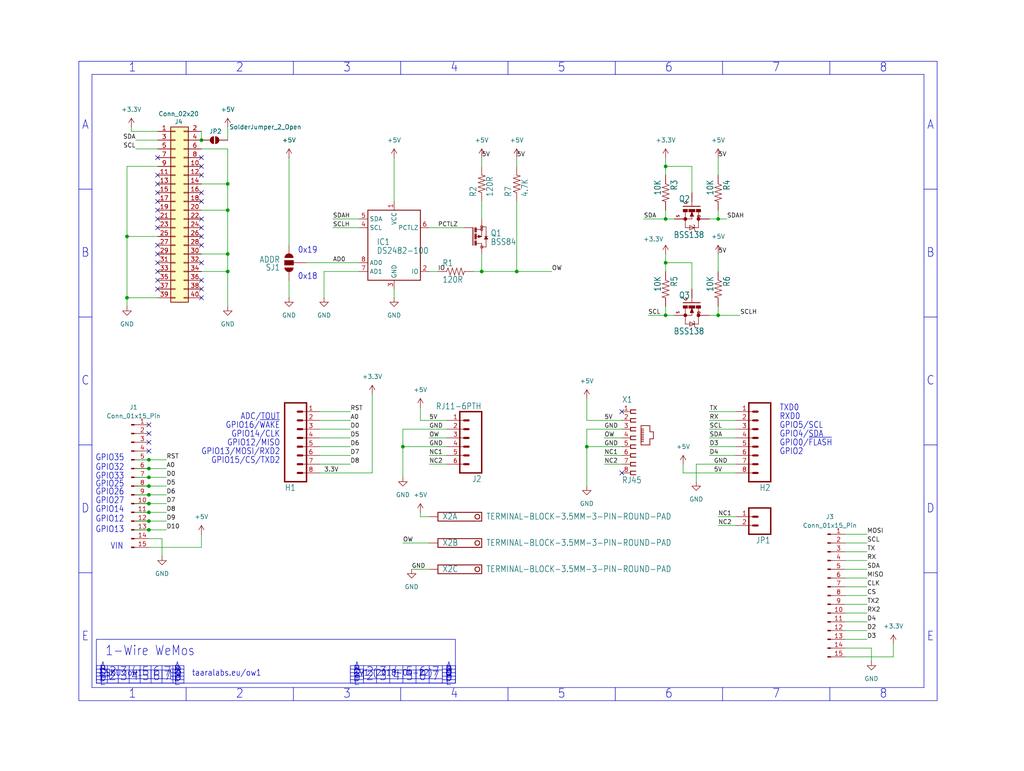
<source format=kicad_sch>
(kicad_sch (version 20231120) (generator "eeschema") (generator_version "8.0")
  (paper "User" 297.002 223.672)
  (lib_symbols
    (symbol "1-WireWeMos-eagle-import:BSS84"
      (property "Reference" "Q" (at 2.54 0 0))
      (symbol "BSS84_1_0"
        (pin passive line (at -5.08 2.54 0) (length 2.54) (name "G") (number "1"))
        (pin passive line (at 0 5.08 270) (length 2.54) (name "S") (number "2"))
        (pin passive line (at 0 -5.08 90) (length 2.54) (name "D") (number "3"))
      )
    )
    (symbol "1-WireWeMos-eagle-import:DS2482-100"
      (property "Reference" "IC" (at -5.08 0 0))
      (symbol "DS2482-100_1_0"
        (pin power_in line (at 0 12.7 270) (length 2.54) (name "VCC") (number "1"))
        (pin bidirectional line (at 10.16 -7.62 180) (length 2.54) (name "IO") (number "2"))
        (pin power_in line (at 0 -12.7 90) (length 2.54) (name "GND") (number "3"))
        (pin bidirectional line (at -10.16 5.08 0) (length 2.54) (name "SCL") (number "4"))
        (pin bidirectional line (at -10.16 7.62 0) (length 2.54) (name "SDA") (number "5"))
        (pin output line (at 10.16 5.08 180) (length 2.54) (name "PCTLZ") (number "6"))
        (pin input line (at -10.16 -7.62 0) (length 2.54) (name "AD1") (number "7"))
        (pin input line (at -10.16 -5.08 0) (length 2.54) (name "AD0") (number "8"))
      )
    )
    (symbol "1-WireWeMos-eagle-import:M02PTH"
      (property "Reference" "JP" (at -2.54 5.842 0))
      (symbol "M02PTH_1_0"
        (pin passive line (at 7.62 0 180) (length 5.08) (name "1") (number "1"))
        (pin passive line (at 7.62 2.54 180) (length 5.08) (name "2") (number "2"))
      )
    )
    (symbol "1-WireWeMos-eagle-import:M08"
      (property "Reference" "JP" (at -5.08 13.462 0))
      (symbol "M08_1_0"
        (pin passive line (at 5.08 -7.62 180) (length 5.08) (name "1") (number "1"))
        (pin passive line (at 5.08 -5.08 180) (length 5.08) (name "2") (number "2"))
        (pin passive line (at 5.08 -2.54 180) (length 5.08) (name "3") (number "3"))
        (pin passive line (at 5.08 0 180) (length 5.08) (name "4") (number "4"))
        (pin passive line (at 5.08 2.54 180) (length 5.08) (name "5") (number "5"))
        (pin passive line (at 5.08 5.08 180) (length 5.08) (name "6") (number "6"))
        (pin passive line (at 5.08 7.62 180) (length 5.08) (name "7") (number "7"))
        (pin passive line (at 5.08 10.16 180) (length 5.08) (name "8") (number "8"))
      )
    )
    (symbol "1-WireWeMos-eagle-import:MOSFET-NCHANNELSMD"
      (property "Reference" "Q" (at 5.08 2.54 0))
      (symbol "MOSFET-NCHANNELSMD_1_0"
        (text "D" (at -1.27 2.54 0) (effects (font (size 0.8128 0.6908)) (justify left bottom)))
        (text "G" (at -5.08 -1.27 0) (effects (font (size 0.8128 0.6908)) (justify left bottom)))
        (text "S" (at -1.27 -3.556 0) (effects (font (size 0.8128 0.6908)) (justify left bottom)))
        (pin passive line (at -7.62 0 0) (length 2.54) (name "G") (number "1"))
        (pin passive line (at 0 -5.08 90) (length 2.54) (name "S") (number "2"))
        (pin passive line (at 0 5.08 270) (length 2.54) (name "D") (number "3"))
      )
    )
    (symbol "1-WireWeMos-eagle-import:RESISTOR0603-RES"
      (property "Reference" "R" (at -3.81 1.4986 0))
      (symbol "RESISTOR0603-RES_1_0"
        (pin passive line (at -5.08 0 0) (length 2.54) (name "1") (number "1"))
        (pin passive line (at 5.08 0 180) (length 2.54) (name "2") (number "2"))
      )
    )
    (symbol "1-WireWeMos-eagle-import:RJ11-6PTH"
      (property "Reference" "J" (at -5.08 10.922 0))
      (symbol "RJ11-6PTH_1_0"
        (pin passive line (at 5.08 -5.08 180) (length 5.08) (name "1") (number "1"))
        (pin passive line (at 5.08 -2.54 180) (length 5.08) (name "2") (number "2"))
        (pin passive line (at 5.08 0 180) (length 5.08) (name "3") (number "3"))
        (pin passive line (at 5.08 2.54 180) (length 5.08) (name "4") (number "4"))
        (pin passive line (at 5.08 5.08 180) (length 5.08) (name "5") (number "5"))
        (pin passive line (at 5.08 7.62 180) (length 5.08) (name "6") (number "6"))
      )
    )
    (symbol "1-WireWeMos-eagle-import:RJ45"
      (property "Reference" "X" (at -2.54 10.16 0))
      (symbol "RJ45_1_0"
        (pin passive line (at -2.54 7.62 0) (length 2.54) (name "1") (number "1"))
        (pin passive line (at -2.54 5.08 0) (length 2.54) (name "2") (number "2"))
        (pin passive line (at -2.54 2.54 0) (length 2.54) (name "3") (number "3"))
        (pin passive line (at -2.54 0 0) (length 2.54) (name "4") (number "4"))
        (pin passive line (at -2.54 -2.54 0) (length 2.54) (name "5") (number "5"))
        (pin passive line (at -2.54 -5.08 0) (length 2.54) (name "6") (number "6"))
        (pin passive line (at -2.54 -7.62 0) (length 2.54) (name "7") (number "7"))
        (pin passive line (at -2.54 -10.16 0) (length 2.54) (name "8") (number "8"))
      )
    )
    (symbol "1-WireWeMos-eagle-import:SOLDERJUMPER_2WAYPASTE1&2"
      (property "Reference" "SJ" (at 2.54 0.381 0))
      (symbol "SOLDERJUMPER_2WAYPASTE1&2_1_0"
        (pin passive line (at 0 5.08 270) (length 2.54) (name "1") (number "1"))
        (pin passive line (at -5.08 0 0) (length 2.54) (name "2") (number "2"))
        (pin passive line (at 0 -5.08 90) (length 2.54) (name "3") (number "3"))
      )
    )
    (symbol "1-WireWeMos-eagle-import:TERMINAL-BLOCK-3.5MM-3-PIN-ROUND-PAD"
      (property "Reference" "X" (at 1.27 -0.889 0))
      (symbol "TERMINAL-BLOCK-3.5MM-3-PIN-ROUND-PAD_1_0"
        (pin passive line (at -2.54 0 0) (length 2.54) (name "K") (number "1"))
      )
      (symbol "TERMINAL-BLOCK-3.5MM-3-PIN-ROUND-PAD_2_0"
        (pin passive line (at -2.54 0 0) (length 2.54) (name "K") (number "2"))
      )
      (symbol "TERMINAL-BLOCK-3.5MM-3-PIN-ROUND-PAD_3_0"
        (pin passive line (at -2.54 0 0) (length 2.54) (name "K") (number "3"))
      )
    )
    (symbol "Connector:Conn_01x15_Pin" (pin_names (offset 1.016) hide)
      (property "Reference" "J" (at 0 20.32 0))
      (property "Value" "Conn_01x15_Pin" (at 0 -20.32 0))
      (symbol "Conn_01x15_Pin_1_1"
        (pin passive line (at 5.08 17.78 180) (length 3.81) (name "Pin_1") (number "1"))
        (pin passive line (at 5.08 -5.08 180) (length 3.81) (name "Pin_10") (number "10"))
        (pin passive line (at 5.08 -7.62 180) (length 3.81) (name "Pin_11") (number "11"))
        (pin passive line (at 5.08 -10.16 180) (length 3.81) (name "Pin_12") (number "12"))
        (pin passive line (at 5.08 -12.7 180) (length 3.81) (name "Pin_13") (number "13"))
        (pin passive line (at 5.08 -15.24 180) (length 3.81) (name "Pin_14") (number "14"))
        (pin passive line (at 5.08 -17.78 180) (length 3.81) (name "Pin_15") (number "15"))
        (pin passive line (at 5.08 15.24 180) (length 3.81) (name "Pin_2") (number "2"))
        (pin passive line (at 5.08 12.7 180) (length 3.81) (name "Pin_3") (number "3"))
        (pin passive line (at 5.08 10.16 180) (length 3.81) (name "Pin_4") (number "4"))
        (pin passive line (at 5.08 7.62 180) (length 3.81) (name "Pin_5") (number "5"))
        (pin passive line (at 5.08 5.08 180) (length 3.81) (name "Pin_6") (number "6"))
        (pin passive line (at 5.08 2.54 180) (length 3.81) (name "Pin_7") (number "7"))
        (pin passive line (at 5.08 0 180) (length 3.81) (name "Pin_8") (number "8"))
        (pin passive line (at 5.08 -2.54 180) (length 3.81) (name "Pin_9") (number "9"))
      )
    )
    (symbol "Connector_Generic:Conn_02x20_Odd_Even" (pin_names (offset 1.016) hide)
      (property "Reference" "J" (at 1.27 25.4 0))
      (property "Value" "Conn_02x20_Odd_Even" (at 1.27 -27.94 0))
      (symbol "Conn_02x20_Odd_Even_1_1"
        (pin passive line (at -5.08 22.86 0) (length 3.81) (name "Pin_1") (number "1"))
        (pin passive line (at 7.62 12.7 180) (length 3.81) (name "Pin_10") (number "10"))
        (pin passive line (at -5.08 10.16 0) (length 3.81) (name "Pin_11") (number "11"))
        (pin passive line (at 7.62 10.16 180) (length 3.81) (name "Pin_12") (number "12"))
        (pin passive line (at -5.08 7.62 0) (length 3.81) (name "Pin_13") (number "13"))
        (pin passive line (at 7.62 7.62 180) (length 3.81) (name "Pin_14") (number "14"))
        (pin passive line (at -5.08 5.08 0) (length 3.81) (name "Pin_15") (number "15"))
        (pin passive line (at 7.62 5.08 180) (length 3.81) (name "Pin_16") (number "16"))
        (pin passive line (at -5.08 2.54 0) (length 3.81) (name "Pin_17") (number "17"))
        (pin passive line (at 7.62 2.54 180) (length 3.81) (name "Pin_18") (number "18"))
        (pin passive line (at -5.08 0 0) (length 3.81) (name "Pin_19") (number "19"))
        (pin passive line (at 7.62 22.86 180) (length 3.81) (name "Pin_2") (number "2"))
        (pin passive line (at 7.62 0 180) (length 3.81) (name "Pin_20") (number "20"))
        (pin passive line (at -5.08 -2.54 0) (length 3.81) (name "Pin_21") (number "21"))
        (pin passive line (at 7.62 -2.54 180) (length 3.81) (name "Pin_22") (number "22"))
        (pin passive line (at -5.08 -5.08 0) (length 3.81) (name "Pin_23") (number "23"))
        (pin passive line (at 7.62 -5.08 180) (length 3.81) (name "Pin_24") (number "24"))
        (pin passive line (at -5.08 -7.62 0) (length 3.81) (name "Pin_25") (number "25"))
        (pin passive line (at 7.62 -7.62 180) (length 3.81) (name "Pin_26") (number "26"))
        (pin passive line (at -5.08 -10.16 0) (length 3.81) (name "Pin_27") (number "27"))
        (pin passive line (at 7.62 -10.16 180) (length 3.81) (name "Pin_28") (number "28"))
        (pin passive line (at -5.08 -12.7 0) (length 3.81) (name "Pin_29") (number "29"))
        (pin passive line (at -5.08 20.32 0) (length 3.81) (name "Pin_3") (number "3"))
        (pin passive line (at 7.62 -12.7 180) (length 3.81) (name "Pin_30") (number "30"))
        (pin passive line (at -5.08 -15.24 0) (length 3.81) (name "Pin_31") (number "31"))
        (pin passive line (at 7.62 -15.24 180) (length 3.81) (name "Pin_32") (number "32"))
        (pin passive line (at -5.08 -17.78 0) (length 3.81) (name "Pin_33") (number "33"))
        (pin passive line (at 7.62 -17.78 180) (length 3.81) (name "Pin_34") (number "34"))
        (pin passive line (at -5.08 -20.32 0) (length 3.81) (name "Pin_35") (number "35"))
        (pin passive line (at 7.62 -20.32 180) (length 3.81) (name "Pin_36") (number "36"))
        (pin passive line (at -5.08 -22.86 0) (length 3.81) (name "Pin_37") (number "37"))
        (pin passive line (at 7.62 -22.86 180) (length 3.81) (name "Pin_38") (number "38"))
        (pin passive line (at -5.08 -25.4 0) (length 3.81) (name "Pin_39") (number "39"))
        (pin passive line (at 7.62 20.32 180) (length 3.81) (name "Pin_4") (number "4"))
        (pin passive line (at 7.62 -25.4 180) (length 3.81) (name "Pin_40") (number "40"))
        (pin passive line (at -5.08 17.78 0) (length 3.81) (name "Pin_5") (number "5"))
        (pin passive line (at 7.62 17.78 180) (length 3.81) (name "Pin_6") (number "6"))
        (pin passive line (at -5.08 15.24 0) (length 3.81) (name "Pin_7") (number "7"))
        (pin passive line (at 7.62 15.24 180) (length 3.81) (name "Pin_8") (number "8"))
        (pin passive line (at -5.08 12.7 0) (length 3.81) (name "Pin_9") (number "9"))
      )
    )
    (symbol "Jumper:SolderJumper_2_Open" (pin_numbers hide) (pin_names (offset 0) hide) (exclude_from_sim yes) (in_bom no)
      (property "Reference" "JP" (at 0 2.032 0))
      (property "Value" "SolderJumper_2_Open" (at 0 -2.54 0))
      (symbol "SolderJumper_2_Open_1_1"
        (pin passive line (at -3.81 0 0) (length 2.54) (name "A") (number "1"))
        (pin passive line (at 3.81 0 180) (length 2.54) (name "B") (number "2"))
      )
    )
    (symbol "power:+3.3V" (power) (pin_numbers hide) (pin_names (offset 0) hide)
      (property "Value" "+3.3V" (at 0 3.556 0))
      (symbol "+3.3V_1_1"
        (pin power_in line (at 0 0 90) (length 0) (name "~") (number "1"))
      )
    )
    (symbol "power:+5V" (power) (pin_numbers hide) (pin_names (offset 0) hide)
      (property "Value" "+5V" (at 0 3.556 0))
      (symbol "+5V_1_1"
        (pin power_in line (at 0 0 90) (length 0) (name "~") (number "1"))
      )
    )
    (symbol "power:GND" (power) (pin_numbers hide) (pin_names (offset 0) hide)
      (property "Value" "GND" (at 0 -3.81 0))
      (symbol "GND_1_1"
        (pin power_in line (at 0 0 270) (length 0) (name "~") (number "1"))
      )
    )
  )
  (junction (at 208.28 91.44))
  (junction (at 43.18 140.97))
  (junction (at 116.84 129.54))
  (junction (at 43.18 135.89))
  (junction (at 58.42 40.64))
  (junction (at 36.83 86.36))
  (junction (at 193.04 48.26))
  (junction (at 43.18 151.13))
  (junction (at 43.18 143.51))
  (junction (at 208.28 63.5))
  (junction (at 193.04 76.2))
  (junction (at 149.86 78.74))
  (junction (at 43.18 146.05))
  (junction (at 43.18 138.43))
  (junction (at 170.18 129.54))
  (junction (at 139.7 78.74))
  (junction (at 193.04 63.5))
  (junction (at 43.18 153.67))
  (junction (at 36.83 68.58))
  (junction (at 66.04 60.96))
  (junction (at 66.04 78.74))
  (junction (at 43.18 133.35))
  (junction (at 43.18 148.59))
  (junction (at 66.04 73.66))
  (junction (at 66.04 53.34))
  (junction (at 193.04 91.44))
  (no_connect (at 45.72 45.72))
  (no_connect (at 58.42 71.12))
  (no_connect (at 45.72 78.74))
  (no_connect (at 58.42 50.8))
  (no_connect (at 45.72 53.34))
  (no_connect (at 58.42 68.58))
  (no_connect (at 43.18 130.81))
  (no_connect (at 58.42 45.72))
  (no_connect (at 58.42 76.2))
  (no_connect (at 180.34 137.16))
  (no_connect (at 58.42 48.26))
  (no_connect (at 45.72 76.2))
  (no_connect (at 45.72 55.88))
  (no_connect (at 45.72 60.96))
  (no_connect (at 58.42 55.88))
  (no_connect (at 45.72 66.04))
  (no_connect (at 58.42 63.5))
  (no_connect (at 43.18 123.19))
  (no_connect (at 45.72 83.82))
  (no_connect (at 43.18 125.73))
  (no_connect (at 45.72 81.28))
  (no_connect (at 58.42 81.28))
  (no_connect (at 45.72 63.5))
  (no_connect (at 180.34 119.38))
  (no_connect (at 58.42 58.42))
  (no_connect (at 43.18 128.27))
  (no_connect (at 45.72 50.8))
  (no_connect (at 45.72 58.42))
  (no_connect (at 58.42 86.36))
  (no_connect (at 45.72 71.12))
  (no_connect (at 45.72 73.66))
  (no_connect (at 58.42 66.04))
  (no_connect (at 58.42 83.82))
  (wire (pts (xy 107.95 137.16) (xy 107.95 114.3)) (stroke (width 0.1524)))
  (polyline (pts (xy 240.665 199.39) (xy 240.665 203.2)))
  (polyline (pts (xy 46.99 194.31) (xy 46.99 198.12)))
  (polyline (pts (xy 147.32 199.39) (xy 147.32 203.2)))
  (polyline (pts (xy 116.205 17.78) (xy 116.205 21.59)))
  (wire (pts (xy 180.34 132.08) (xy 175.26 132.08)) (stroke (width 0.1524)))
  (polyline (pts (xy 27.94 195.072) (xy 31.75 195.072)))
  (polyline (pts (xy 101.6 196.088) (xy 105.41 196.088)))
  (wire (pts (xy 114.3 58.42) (xy 114.3 45.72)) (stroke (width 0.1524)))
  (polyline (pts (xy 267.97 91.948) (xy 271.78 91.948)))
  (wire (pts (xy 201.93 134.62) (xy 201.93 139.7)) (stroke (width 0.1524)))
  (wire (pts (xy 245.11 170.18) (xy 251.46 170.18)))
  (wire (pts (xy 66.04 43.18) (xy 66.04 53.34)))
  (wire (pts (xy 149.86 78.74) (xy 160.02 78.74)) (stroke (width 0.1524)))
  (polyline (pts (xy 46.99 193.04) (xy 46.99 196.85)))
  (polyline (pts (xy 147.32 17.78) (xy 147.32 21.59)))
  (wire (pts (xy 36.83 68.58) (xy 45.72 68.58)))
  (wire (pts (xy 121.92 148.59) (xy 121.92 149.86)))
  (wire (pts (xy 116.84 129.54) (xy 116.84 138.43)) (stroke (width 0.1524)))
  (polyline (pts (xy 27.94 194.056) (xy 31.75 194.056)))
  (polyline (pts (xy 43.815 194.31) (xy 43.815 198.12)))
  (wire (pts (xy 104.14 78.74) (xy 93.98 78.74)) (stroke (width 0.1524)))
  (polyline (pts (xy 22.86 129.032) (xy 26.67 129.032)))
  (wire (pts (xy 116.84 157.48) (xy 124.46 157.48)) (stroke (width 0.1524)))
  (wire (pts (xy 92.71 124.46) (xy 101.6 124.46)) (stroke (width 0.1524)))
  (polyline (pts (xy 113.03 193.04) (xy 113.03 196.85)))
  (wire (pts (xy 245.11 175.26) (xy 251.46 175.26)))
  (wire (pts (xy 208.28 60.96) (xy 208.28 63.5)) (stroke (width 0.1524)))
  (wire (pts (xy 39.37 135.89) (xy 43.18 135.89)) (stroke (width 0.1524)))
  (wire (pts (xy 193.04 76.2) (xy 193.04 73.66)) (stroke (width 0.1524)))
  (wire (pts (xy 92.71 137.16) (xy 107.95 137.16)) (stroke (width 0.1524)))
  (polyline (pts (xy 22.86 54.864) (xy 26.67 54.864)))
  (wire (pts (xy 58.42 158.75) (xy 58.42 154.94)))
  (wire (pts (xy 58.42 73.66) (xy 66.04 73.66)))
  (wire (pts (xy 58.42 60.96) (xy 66.04 60.96)))
  (wire (pts (xy 139.7 78.74) (xy 149.86 78.74)) (stroke (width 0.1524)))
  (wire (pts (xy 116.84 124.46) (xy 116.84 129.54)) (stroke (width 0.1524)))
  (polyline (pts (xy 128.27 196.088) (xy 132.08 196.088)))
  (wire (pts (xy 208.28 78.74) (xy 208.28 73.66)) (stroke (width 0.1524)))
  (wire (pts (xy 170.18 121.92) (xy 170.18 115.57)) (stroke (width 0.1524)))
  (wire (pts (xy 245.11 180.34) (xy 251.46 180.34)))
  (polyline (pts (xy 85.09 17.78) (xy 85.09 21.59)))
  (wire (pts (xy 129.54 127) (xy 124.46 127)) (stroke (width 0.1524)))
  (wire (pts (xy 201.93 134.62) (xy 213.36 134.62)) (stroke (width 0.1524)))
  (polyline (pts (xy 101.6 197.104) (xy 105.41 197.104)))
  (wire (pts (xy 213.36 127) (xy 205.74 127)) (stroke (width 0.1524)))
  (polyline (pts (xy 116.84 194.31) (xy 116.84 198.12)))
  (polyline (pts (xy 31.75 196.85) (xy 31.75 194.31)))
  (wire (pts (xy 92.71 121.92) (xy 101.6 121.92)) (stroke (width 0.1524)))
  (wire (pts (xy 39.37 140.97) (xy 43.18 140.97)) (stroke (width 0.1524)))
  (wire (pts (xy 198.12 137.16) (xy 198.12 134.62)) (stroke (width 0.1524)))
  (wire (pts (xy 149.86 48.26) (xy 149.86 45.72)) (stroke (width 0.1524)))
  (wire (pts (xy 213.36 132.08) (xy 205.74 132.08)) (stroke (width 0.1524)))
  (wire (pts (xy 43.18 151.13) (xy 48.26 151.13)))
  (wire (pts (xy 104.14 66.04) (xy 96.52 66.04)) (stroke (width 0.1524)))
  (wire (pts (xy 139.7 78.74) (xy 137.16 78.74)) (stroke (width 0.1524)))
  (polyline (pts (xy 120.65 193.04) (xy 120.65 196.85)))
  (wire (pts (xy 83.82 86.36) (xy 83.82 81.28)) (stroke (width 0.1524)))
  (wire (pts (xy 193.04 78.74) (xy 193.04 76.2)) (stroke (width 0.1524)))
  (wire (pts (xy 180.34 134.62) (xy 175.26 134.62)) (stroke (width 0.1524)))
  (wire (pts (xy 39.37 151.13) (xy 43.18 151.13)))
  (wire (pts (xy 208.28 63.5) (xy 210.82 63.5)) (stroke (width 0.1524)))
  (polyline (pts (xy 27.94 196.088) (xy 31.75 196.088)))
  (polyline (pts (xy 53.975 17.78) (xy 53.975 21.59)))
  (polyline (pts (xy 267.97 129.032) (xy 271.78 129.032)))
  (wire (pts (xy 43.18 140.97) (xy 48.26 140.97)) (stroke (width 0.1524)))
  (wire (pts (xy 39.37 148.59) (xy 43.18 148.59)) (stroke (width 0.1524)))
  (polyline (pts (xy 124.46 193.04) (xy 124.46 196.85)))
  (wire (pts (xy 92.71 129.54) (xy 101.6 129.54)) (stroke (width 0.1524)))
  (wire (pts (xy 116.84 124.46) (xy 129.54 124.46)) (stroke (width 0.1524)))
  (wire (pts (xy 104.14 76.2) (xy 88.9 76.2)) (stroke (width 0.1524)))
  (wire (pts (xy 58.42 43.18) (xy 66.04 43.18)))
  (wire (pts (xy 245.11 177.8) (xy 251.46 177.8)))
  (wire (pts (xy 170.18 124.46) (xy 170.18 129.54)) (stroke (width 0.1524)))
  (wire (pts (xy 46.99 156.21) (xy 46.99 161.29)))
  (wire (pts (xy 170.18 129.54) (xy 180.34 129.54)) (stroke (width 0.1524)))
  (wire (pts (xy 43.18 138.43) (xy 48.26 138.43)) (stroke (width 0.1524)))
  (wire (pts (xy 195.58 91.44) (xy 193.04 91.44)) (stroke (width 0.1524)))
  (polyline (pts (xy 22.86 91.948) (xy 26.67 91.948)))
  (polyline (pts (xy 128.27 197.104) (xy 132.08 197.104)))
  (wire (pts (xy 180.34 127) (xy 175.26 127)) (stroke (width 0.1524)))
  (polyline (pts (xy 85.09 199.39) (xy 85.09 203.2)))
  (polyline (pts (xy 128.27 196.85) (xy 128.27 194.31)))
  (wire (pts (xy 200.66 76.2) (xy 193.04 76.2)) (stroke (width 0.1524)))
  (wire (pts (xy 213.36 149.86) (xy 208.28 149.86)) (stroke (width 0.1524)))
  (wire (pts (xy 213.36 119.38) (xy 205.74 119.38)) (stroke (width 0.1524)))
  (wire (pts (xy 245.11 182.88) (xy 251.46 182.88)))
  (polyline (pts (xy 27.94 197.104) (xy 31.75 197.104)))
  (wire (pts (xy 39.37 43.18) (xy 45.72 43.18)))
  (wire (pts (xy 208.28 50.8) (xy 208.28 45.72)) (stroke (width 0.1524)))
  (wire (pts (xy 245.11 190.5) (xy 259.08 190.5)))
  (polyline (pts (xy 49.53 195.072) (xy 53.34 195.072)))
  (wire (pts (xy 170.18 121.92) (xy 180.34 121.92)) (stroke (width 0.1524)))
  (wire (pts (xy 208.28 88.9) (xy 208.28 91.44)) (stroke (width 0.1524)))
  (wire (pts (xy 39.37 153.67) (xy 43.18 153.67)))
  (polyline (pts (xy 50.165 193.04) (xy 50.165 196.85)))
  (wire (pts (xy 38.1 36.83) (xy 38.1 38.1)))
  (polyline (pts (xy 26.67 21.59) (xy 26.67 199.39)))
  (wire (pts (xy 66.04 53.34) (xy 66.04 60.96)))
  (wire (pts (xy 92.71 127) (xy 101.6 127)) (stroke (width 0.1524)))
  (polyline (pts (xy 34.29 193.04) (xy 34.29 196.85)))
  (wire (pts (xy 205.74 91.44) (xy 208.28 91.44)) (stroke (width 0.1524)))
  (wire (pts (xy 170.18 129.54) (xy 170.18 140.97)) (stroke (width 0.1524)))
  (wire (pts (xy 121.92 149.86) (xy 124.46 149.86)))
  (wire (pts (xy 66.04 78.74) (xy 66.04 88.9)))
  (polyline (pts (xy 116.84 193.04) (xy 116.84 196.85)))
  (polyline (pts (xy 109.22 193.04) (xy 109.22 196.85)))
  (wire (pts (xy 245.11 154.94) (xy 251.46 154.94)))
  (wire (pts (xy 139.7 63.5) (xy 139.7 58.42)) (stroke (width 0.1524)))
  (wire (pts (xy 208.28 91.44) (xy 214.63 91.44)) (stroke (width 0.1524)))
  (wire (pts (xy 58.42 53.34) (xy 66.04 53.34)))
  (wire (pts (xy 45.72 48.26) (xy 36.83 48.26)))
  (wire (pts (xy 39.37 138.43) (xy 43.18 138.43)) (stroke (width 0.1524)))
  (wire (pts (xy 198.12 137.16) (xy 213.36 137.16)) (stroke (width 0.1524)))
  (polyline (pts (xy 40.64 193.04) (xy 40.64 196.85)))
  (polyline (pts (xy 49.53 197.104) (xy 53.34 197.104)))
  (wire (pts (xy 245.11 165.1) (xy 251.46 165.1)))
  (polyline (pts (xy 49.53 194.31) (xy 31.75 194.31)))
  (polyline (pts (xy 109.22 194.31) (xy 109.22 198.12)))
  (polyline (pts (xy 267.97 54.864) (xy 271.78 54.864)))
  (wire (pts (xy 92.71 132.08) (xy 101.6 132.08)) (stroke (width 0.1524)))
  (polyline (pts (xy 178.435 199.39) (xy 178.435 203.2)))
  (polyline (pts (xy 31.115 194.31) (xy 31.115 198.12)))
  (polyline (pts (xy 105.41 196.85) (xy 105.41 194.31)))
  (wire (pts (xy 245.11 157.48) (xy 251.46 157.48)))
  (wire (pts (xy 245.11 160.02) (xy 251.46 160.02)))
  (wire (pts (xy 200.66 83.82) (xy 200.66 76.2)) (stroke (width 0.1524)))
  (wire (pts (xy 43.18 143.51) (xy 48.26 143.51)) (stroke (width 0.1524)))
  (wire (pts (xy 134.62 66.04) (xy 124.46 66.04)) (stroke (width 0.1524)))
  (polyline (pts (xy 128.27 194.056) (xy 132.08 194.056)))
  (wire (pts (xy 43.18 146.05) (xy 48.26 146.05)) (stroke (width 0.1524)))
  (polyline (pts (xy 209.55 17.78) (xy 209.55 21.59)))
  (wire (pts (xy 193.04 60.96) (xy 193.04 63.5)) (stroke (width 0.1524)))
  (polyline (pts (xy 209.55 199.39) (xy 209.55 203.2)))
  (wire (pts (xy 193.04 48.26) (xy 193.04 45.72)) (stroke (width 0.1524)))
  (wire (pts (xy 193.04 50.8) (xy 193.04 48.26)) (stroke (width 0.1524)))
  (wire (pts (xy 39.37 133.35) (xy 43.18 133.35)) (stroke (width 0.1524)))
  (polyline (pts (xy 120.65 194.31) (xy 120.65 198.12)))
  (polyline (pts (xy 124.46 194.31) (xy 124.46 198.12)))
  (polyline (pts (xy 178.435 17.78) (xy 178.435 21.59)))
  (polyline (pts (xy 40.64 194.31) (xy 40.64 198.12)))
  (wire (pts (xy 245.11 167.64) (xy 251.46 167.64)))
  (polyline (pts (xy 128.27 193.04) (xy 128.27 196.85)))
  (wire (pts (xy 58.42 38.1) (xy 58.42 40.64)))
  (wire (pts (xy 213.36 152.4) (xy 208.28 152.4)) (stroke (width 0.1524)))
  (wire (pts (xy 124.46 78.74) (xy 127 78.74)) (stroke (width 0.1524)))
  (wire (pts (xy 170.18 124.46) (xy 180.34 124.46)) (stroke (width 0.1524)))
  (polyline (pts (xy 53.975 199.39) (xy 53.975 203.2)))
  (polyline (pts (xy 267.97 166.116) (xy 271.78 166.116)))
  (polyline (pts (xy 34.29 194.31) (xy 34.29 198.12)))
  (wire (pts (xy 66.04 73.66) (xy 66.04 78.74)))
  (wire (pts (xy 43.18 133.35) (xy 48.26 133.35)) (stroke (width 0.1524)))
  (wire (pts (xy 43.18 158.75) (xy 58.42 158.75)))
  (wire (pts (xy 114.3 83.82) (xy 114.3 86.36)) (stroke (width 0.1524)))
  (polyline (pts (xy 49.53 196.85) (xy 31.75 196.85)))
  (wire (pts (xy 36.83 68.58) (xy 36.83 86.36)))
  (wire (pts (xy 245.11 172.72) (xy 251.46 172.72)))
  (wire (pts (xy 92.71 119.38) (xy 101.6 119.38)) (stroke (width 0.1524)))
  (polyline (pts (xy 240.665 17.78) (xy 240.665 21.59)))
  (wire (pts (xy 139.7 48.26) (xy 139.7 45.72)) (stroke (width 0.1524)))
  (polyline (pts (xy 50.165 194.31) (xy 50.165 198.12)))
  (polyline (pts (xy 101.6 194.056) (xy 105.41 194.056)))
  (wire (pts (xy 200.66 48.26) (xy 193.04 48.26)) (stroke (width 0.1524)))
  (wire (pts (xy 124.46 165.1) (xy 119.38 165.1)) (stroke (width 0.1524)))
  (wire (pts (xy 83.82 71.12) (xy 83.82 45.72)) (stroke (width 0.1524)))
  (wire (pts (xy 39.37 40.64) (xy 45.72 40.64)))
  (wire (pts (xy 66.04 60.96) (xy 66.04 73.66)))
  (wire (pts (xy 43.18 153.67) (xy 48.26 153.67)))
  (wire (pts (xy 139.7 73.66) (xy 139.7 78.74)) (stroke (width 0.1524)))
  (wire (pts (xy 36.83 86.36) (xy 45.72 86.36)))
  (wire (pts (xy 93.98 86.36) (xy 93.98 78.74)) (stroke (width 0.1524)))
  (wire (pts (xy 245.11 162.56) (xy 251.46 162.56)))
  (wire (pts (xy 213.36 129.54) (xy 205.74 129.54)) (stroke (width 0.1524)))
  (wire (pts (xy 129.54 132.08) (xy 124.46 132.08)) (stroke (width 0.1524)))
  (wire (pts (xy 121.92 121.92) (xy 121.92 118.11)) (stroke (width 0.1524)))
  (polyline (pts (xy 105.41 194.31) (xy 105.41 198.12)))
  (wire (pts (xy 66.04 36.83) (xy 66.04 40.64)))
  (polyline (pts (xy 128.27 196.85) (xy 105.41 196.85)))
  (wire (pts (xy 104.14 63.5) (xy 96.52 63.5)) (stroke (width 0.1524)))
  (polyline (pts (xy 267.97 21.59) (xy 267.97 199.39)))
  (wire (pts (xy 43.18 148.59) (xy 48.26 148.59)) (stroke (width 0.1524)))
  (wire (pts (xy 149.86 58.42) (xy 149.86 78.74)) (stroke (width 0.1524)))
  (polyline (pts (xy 267.97 21.59) (xy 26.67 21.59)))
  (polyline (pts (xy 267.97 199.39) (xy 26.67 199.39)))
  (wire (pts (xy 245.11 185.42) (xy 251.46 185.42)))
  (wire (pts (xy 36.83 86.36) (xy 36.83 88.9)))
  (polyline (pts (xy 105.41 193.04) (xy 105.41 196.85)))
  (wire (pts (xy 193.04 63.5) (xy 186.69 63.5)) (stroke (width 0.1524)))
  (polyline (pts (xy 49.53 196.85) (xy 49.53 194.31)))
  (polyline (pts (xy 31.115 193.04) (xy 31.115 196.85)))
  (wire (pts (xy 259.08 190.5) (xy 259.08 186.69)))
  (polyline (pts (xy 22.86 166.116) (xy 26.67 166.116)))
  (wire (pts (xy 129.54 134.62) (xy 124.46 134.62)) (stroke (width 0.1524)))
  (polyline (pts (xy 116.205 199.39) (xy 116.205 203.2)))
  (wire (pts (xy 213.36 124.46) (xy 205.74 124.46)) (stroke (width 0.1524)))
  (wire (pts (xy 58.42 78.74) (xy 66.04 78.74)))
  (polyline (pts (xy 49.53 196.088) (xy 53.34 196.088)))
  (wire (pts (xy 195.58 63.5) (xy 193.04 63.5)) (stroke (width 0.1524)))
  (wire (pts (xy 43.18 135.89) (xy 48.26 135.89)) (stroke (width 0.1524)))
  (polyline (pts (xy 37.465 193.04) (xy 37.465 196.85)))
  (wire (pts (xy 205.74 63.5) (xy 208.28 63.5)) (stroke (width 0.1524)))
  (polyline (pts (xy 49.53 194.056) (xy 53.34 194.056)))
  (polyline (pts (xy 43.815 193.04) (xy 43.815 196.85)))
  (wire (pts (xy 121.92 121.92) (xy 129.54 121.92)) (stroke (width 0.1524)))
  (wire (pts (xy 200.66 55.88) (xy 200.66 48.26)) (stroke (width 0.1524)))
  (polyline (pts (xy 128.27 195.072) (xy 132.08 195.072)))
  (wire (pts (xy 38.1 38.1) (xy 45.72 38.1)))
  (wire (pts (xy 116.84 129.54) (xy 129.54 129.54)) (stroke (width 0.1524)))
  (polyline (pts (xy 101.6 195.072) (xy 105.41 195.072)))
  (wire (pts (xy 252.73 187.96) (xy 245.11 187.96)))
  (polyline (pts (xy 113.03 194.31) (xy 113.03 198.12)))
  (wire (pts (xy 43.18 156.21) (xy 46.99 156.21)))
  (wire (pts (xy 39.37 143.51) (xy 43.18 143.51)) (stroke (width 0.1524)))
  (polyline (pts (xy 128.27 194.31) (xy 105.41 194.31)))
  (wire (pts (xy 213.36 121.92) (xy 205.74 121.92)) (stroke (width 0.1524)))
  (wire (pts (xy 36.83 48.26) (xy 36.83 68.58)))
  (wire (pts (xy 252.73 191.77) (xy 252.73 187.96)))
  (polyline (pts (xy 128.27 194.31) (xy 128.27 198.12)))
  (polyline (pts (xy 37.465 194.31) (xy 37.465 198.12)))
  (wire (pts (xy 193.04 88.9) (xy 193.04 91.44)) (stroke (width 0.1524)))
  (wire (pts (xy 92.71 134.62) (xy 101.6 134.62)) (stroke (width 0.1524)))
  (wire (pts (xy 39.37 146.05) (xy 43.18 146.05)) (stroke (width 0.1524)))
  (wire (pts (xy 193.04 91.44) (xy 187.96 91.44)) (stroke (width 0.1524)))
  (polyline (pts (xy 27.94 185.42) (xy 132.08 185.42) (xy 132.08 198.12) (xy 27.94 198.12) (xy 27.94 185.42)))
  (polyline (pts (xy 22.86 17.78) (xy 271.78 17.78) (xy 271.78 203.2) (xy 22.86 203.2) (xy 22.86 17.78)))
  (polyline (pts (xy 101.6 193.04) (xy 132.08 193.04) (xy 132.08 198.12) (xy 101.6 198.12) (xy 101.6 193.04)))
  (polyline (pts (xy 27.94 193.04) (xy 53.34 193.04) (xy 53.34 198.12) (xy 27.94 198.12) (xy 27.94 193.04)))
  (text "3" (at 35.8775 196.215 0) (effects (font (size 2.54 2.286))))
  (text "GPIO13/MOSI/RXD2" (at 81.28 132.08 0) (effects (font (size 1.778 1.5113)) (justify right bottom)))
  (text "4" (at 39.0525 196.215 0) (effects (font (size 2.54 2.286))))
  (text "6" (at 122.555 196.215 0) (effects (font (size 2.54 2.286))))
  (text "3" (at 100.6475 201.295 0) (effects (font (size 2.54 2.286))))
  (text "7" (at 126.365 196.215 0) (effects (font (size 2.54 2.286))))
  (text "4" (at 131.7625 201.295 0) (effects (font (size 2.54 2.286))))
  (text "ADC/TOUT" (at 81.28 121.92 0) (effects (font (size 1.778 1.5113)) (justify right bottom)))
  (text "GPIO25" (at 36.068 141.478 0) (effects (font (size 1.778 1.5113)) (justify right bottom)))
  (text "4" (at 131.7625 19.685 0) (effects (font (size 2.54 2.286))))
  (text "GPIO16/~{WAKE}" (at 81.28 124.46 0) (effects (font (size 1.778 1.5113)) (justify right bottom)))
  (text "2" (at 69.5325 201.295 0) (effects (font (size 2.54 2.286))))
  (text "7" (at 48.5775 194.945 0) (effects (font (size 2.54 2.286))))
  (text "6" (at 193.9925 19.685 0) (effects (font (size 2.54 2.286))))
  (text "5" (at 118.745 194.945 0) (effects (font (size 2.54 2.286))))
  (text "GPIO2" (at 226.06 132.08 0) (effects (font (size 1.778 1.5113)) (justify left bottom)))
  (text "5" (at 42.2275 196.215 0) (effects (font (size 2.54 2.286))))
  (text "3" (at 35.8775 194.945 0) (effects (font (size 2.54 2.286))))
  (text "D" (at 51.435 196.596 0) (effects (font (size 2.54 2.286))))
  (text "C" (at 51.435 195.58 0) (effects (font (size 2.54 2.286))))
  (text "GPIO15/CS/TXD2" (at 81.28 134.62 0) (effects (font (size 1.778 1.5113)) (justify right bottom)))
  (text "D" (at 130.175 196.596 0) (effects (font (size 2.54 2.286))))
  (text "4" (at 114.935 194.945 0) (effects (font (size 2.54 2.286))))
  (text "6" (at 122.555 194.945 0) (effects (font (size 2.54 2.286))))
  (text "7" (at 48.5775 196.215 0) (effects (font (size 2.54 2.286))))
  (text "7" (at 126.365 194.945 0) (effects (font (size 2.54 2.286))))
  (text "E" (at 103.505 197.612 0) (effects (font (size 2.54 2.286))))
  (text "2" (at 69.5325 19.685 0) (effects (font (size 2.54 2.286))))
  (text "C" (at 269.875 110.49 0) (effects (font (size 2.54 2.286))))
  (text "GPIO33" (at 36.068 139.192 0) (effects (font (size 1.778 1.5113)) (justify right bottom)))
  (text "B" (at 29.845 194.564 0) (effects (font (size 2.54 2.286))))
  (text "taaralabs.eu/ow1" (at 55.626 196.342 0) (effects (font (size 1.778 1.5113)) (justify left bottom)))
  (text "D" (at 24.765 147.574 0) (effects (font (size 2.54 2.286))))
  (text "7" (at 225.1075 19.685 0) (effects (font (size 2.54 2.286))))
  (text "C" (at 29.845 195.58 0) (effects (font (size 2.54 2.286))))
  (text "E" (at 24.765 184.658 0) (effects (font (size 2.54 2.286))))
  (text "SKU: ow1" (at 30.48 196.342 0) (effects (font (size 1.778 1.5113)) (justify left bottom)))
  (text "B" (at 130.175 194.564 0) (effects (font (size 2.54 2.286))))
  (text "GPIO0/~{FLASH}" (at 226.06 129.54 0) (effects (font (size 1.778 1.5113)) (justify left bottom)))
  (text "GPIO27" (at 36.068 146.304 0) (effects (font (size 1.778 1.5113)) (justify right bottom)))
  (text "0x18" (at 86.36 81.28 0) (effects (font (size 1.778 1.5113)) (justify left bottom)))
  (text "B" (at 103.505 194.564 0) (effects (font (size 2.54 2.286))))
  (text "D" (at 29.845 196.596 0) (effects (font (size 2.54 2.286))))
  (text "GPIO35" (at 36.068 133.858 0) (effects (font (size 1.778 1.5113)) (justify right bottom)))
  (text "A" (at 29.845 193.548 0) (effects (font (size 2.54 2.286))))
  (text "A" (at 103.505 193.548 0) (effects (font (size 2.54 2.286))))
  (text "V1 (2018-04-22)" (at 104.14 196.342 0) (effects (font (size 1.778 1.5113)) (justify left bottom)))
  (text "5" (at 42.2275 194.945 0) (effects (font (size 2.54 2.286))))
  (text "1-Wire WeMos" (at 30.48 190.5 0) (effects (font (size 2.794 2.3749)) (justify left bottom)))
  (text "A" (at 24.765 36.322 0) (effects (font (size 2.54 2.286))))
  (text "GPIO4/SDA" (at 226.06 127 0) (effects (font (size 1.778 1.5113)) (justify left bottom)))
  (text "GPIO5/SCL" (at 226.06 124.46 0) (effects (font (size 1.778 1.5113)) (justify left bottom)))
  (text "GPIO14/CLK" (at 81.28 127 0) (effects (font (size 1.778 1.5113)) (justify right bottom)))
  (text "TXD0" (at 226.06 119.38 0) (effects (font (size 1.778 1.5113)) (justify left bottom)))
  (text "6" (at 45.4025 196.215 0) (effects (font (size 2.54 2.286))))
  (text "GPIO12" (at 36.068 151.638 0) (effects (font (size 1.778 1.5113)) (justify right bottom)))
  (text "8" (at 256.2225 19.685 0) (effects (font (size 2.54 2.286))))
  (text "B" (at 24.765 73.406 0) (effects (font (size 2.54 2.286))))
  (text "8" (at 256.2225 201.295 0) (effects (font (size 2.54 2.286))))
  (text "GPIO32" (at 36.068 136.652 0) (effects (font (size 1.778 1.5113)) (justify right bottom)))
  (text "A" (at 51.435 193.548 0) (effects (font (size 2.54 2.286))))
  (text "E" (at 269.875 184.658 0) (effects (font (size 2.54 2.286))))
  (text "0x19" (at 86.36 73.66 0) (effects (font (size 1.778 1.5113)) (justify left bottom)))
  (text "2" (at 107.315 196.215 0) (effects (font (size 2.54 2.286))))
  (text "C" (at 103.505 195.58 0) (effects (font (size 2.54 2.286))))
  (text "2" (at 32.7025 194.945 0) (effects (font (size 2.54 2.286))))
  (text "3" (at 111.125 194.945 0) (effects (font (size 2.54 2.286))))
  (text "VIN" (at 35.814 159.512 0) (effects (font (size 1.778 1.5113)) (justify right bottom)))
  (text "1" (at 38.4175 201.295 0) (effects (font (size 2.54 2.286))))
  (text "D" (at 103.505 196.596 0) (effects (font (size 2.54 2.286))))
  (text "7" (at 225.1075 201.295 0) (effects (font (size 2.54 2.286))))
  (text "1" (at 103.505 196.215 0) (effects (font (size 2.54 2.286))))
  (text "1" (at 38.4175 19.685 0) (effects (font (size 2.54 2.286))))
  (text "GPIO26" (at 36.068 143.764 0) (effects (font (size 1.778 1.5113)) (justify right bottom)))
  (text "GPIO12/MISO" (at 81.28 129.54 0) (effects (font (size 1.778 1.5113)) (justify right bottom)))
  (text "1" (at 29.5275 194.945 0) (effects (font (size 2.54 2.286))))
  (text "1" (at 29.5275 196.215 0) (effects (font (size 2.54 2.286))))
  (text "3" (at 111.125 196.215 0) (effects (font (size 2.54 2.286))))
  (text "4" (at 39.0525 194.945 0) (effects (font (size 2.54 2.286))))
  (text "6" (at 45.4025 194.945 0) (effects (font (size 2.54 2.286))))
  (text "8" (at 130.175 196.215 0) (effects (font (size 2.54 2.286))))
  (text "E" (at 29.845 197.612 0) (effects (font (size 2.54 2.286))))
  (text "E" (at 130.175 197.612 0) (effects (font (size 2.54 2.286))))
  (text "3" (at 100.6475 19.685 0) (effects (font (size 2.54 2.286))))
  (text "GPIO14" (at 36.068 148.844 0) (effects (font (size 1.778 1.5113)) (justify right bottom)))
  (text "8" (at 51.7525 194.945 0) (effects (font (size 2.54 2.286))))
  (text "2" (at 107.315 194.945 0) (effects (font (size 2.54 2.286))))
  (text "4" (at 114.935 196.215 0) (effects (font (size 2.54 2.286))))
  (text "C" (at 24.765 110.49 0) (effects (font (size 2.54 2.286))))
  (text "C" (at 130.175 195.58 0) (effects (font (size 2.54 2.286))))
  (text "GPIO13" (at 36.068 154.686 0) (effects (font (size 1.778 1.5113)) (justify right bottom)))
  (text "A" (at 130.175 193.548 0) (effects (font (size 2.54 2.286))))
  (text "5" (at 162.8775 201.295 0) (effects (font (size 2.54 2.286))))
  (text "8" (at 130.175 194.945 0) (effects (font (size 2.54 2.286))))
  (text "6" (at 193.9925 201.295 0) (effects (font (size 2.54 2.286))))
  (text "5" (at 118.745 196.215 0) (effects (font (size 2.54 2.286))))
  (text "5" (at 162.8775 19.685 0) (effects (font (size 2.54 2.286))))
  (text "RXD0" (at 226.06 121.92 0) (effects (font (size 1.778 1.5113)) (justify left bottom)))
  (text "8" (at 51.7525 196.215 0) (effects (font (size 2.54 2.286))))
  (text "2" (at 32.7025 196.215 0) (effects (font (size 2.54 2.286))))
  (text "1" (at 103.505 194.945 0) (effects (font (size 2.54 2.286))))
  (text "B" (at 269.875 73.406 0) (effects (font (size 2.54 2.286))))
  (text "B" (at 51.435 194.564 0) (effects (font (size 2.54 2.286))))
  (text "A" (at 269.875 36.322 0) (effects (font (size 2.54 2.286))))
  (text "E" (at 51.435 197.612 0) (effects (font (size 2.54 2.286))))
  (text "D" (at 269.875 147.574 0) (effects (font (size 2.54 2.286))))
  (label "5V" (at 207.01 137.16 0) (effects (font (size 1.2446 1.2446))))
  (label "NC2" (at 124.46 134.62 0) (effects (font (size 1.2446 1.2446))))
  (label "5V" (at 139.7 45.72 0) (effects (font (size 1.2446 1.2446))))
  (label "RST" (at 48.26 133.35 0))
  (label "3.3V" (at 93.98 137.16 0) (effects (font (size 1.2446 1.2446))))
  (label "5V" (at 124.46 121.92 0) (effects (font (size 1.2446 1.2446))))
  (label "D0" (at 48.26 138.43 0))
  (label "NC1" (at 175.26 132.08 0) (effects (font (size 1.2446 1.2446))))
  (label "GND" (at 124.46 129.54 0) (effects (font (size 1.2446 1.2446))))
  (label "SCLH" (at 214.63 91.44 0) (effects (font (size 1.2446 1.2446))))
  (label "SDAH" (at 210.82 63.5 0) (effects (font (size 1.2446 1.2446))))
  (label "5V" (at 149.86 45.72 0) (effects (font (size 1.2446 1.2446))))
  (label "RX" (at 205.74 121.92 0))
  (label "GND" (at 175.26 129.54 0) (effects (font (size 1.2446 1.2446))))
  (label "A0" (at 101.6 121.92 0))
  (label "NC2" (at 175.26 134.62 0) (effects (font (size 1.2446 1.2446))))
  (label "MISO" (at 251.46 167.64 0))
  (label "D6" (at 101.6 129.54 0))
  (label "D3" (at 251.46 185.42 0))
  (label "SDA" (at 186.69 63.5 0) (effects (font (size 1.2446 1.2446))))
  (label "SDA" (at 251.46 165.1 0))
  (label "5V" (at 175.26 121.92 0) (effects (font (size 1.2446 1.2446))))
  (label "RX" (at 251.46 162.56 0))
  (label "D7" (at 48.26 146.05 0))
  (label "TX2" (at 251.46 175.26 0))
  (label "MOSI" (at 251.46 154.94 0))
  (label "OW" (at 116.84 157.48 0))
  (label "OW" (at 175.26 127 0))
  (label "NC1" (at 208.28 149.86 0) (effects (font (size 1.2446 1.2446))))
  (label "SCL" (at 187.96 91.44 0) (effects (font (size 1.2446 1.2446))))
  (label "TX" (at 205.74 119.38 0))
  (label "D5" (at 48.26 140.97 0))
  (label "SCLH" (at 96.52 66.04 0) (effects (font (size 1.2446 1.2446))))
  (label "SCL" (at 251.46 157.48 0))
  (label "NC1" (at 124.46 132.08 0) (effects (font (size 1.2446 1.2446))))
  (label "CS" (at 251.46 172.72 0))
  (label "D9" (at 48.26 151.13 0))
  (label "D0" (at 101.6 124.46 0))
  (label "CLK" (at 251.46 170.18 0))
  (label "5V" (at 208.28 45.72 0) (effects (font (size 1.2446 1.2446))))
  (label "D5" (at 101.6 127 0))
  (label "GND" (at 119.38 165.1 0) (effects (font (size 1.2446 1.2446))))
  (label "OW" (at 160.02 78.74 0))
  (label "PCTLZ" (at 127 66.04 0) (effects (font (size 1.2446 1.2446))))
  (label "5V" (at 208.28 73.66 0) (effects (font (size 1.2446 1.2446))))
  (label "A0" (at 48.26 135.89 0))
  (label "D8" (at 48.26 148.59 0))
  (label "TX" (at 251.46 160.02 0))
  (label "SDAH" (at 96.52 63.5 0) (effects (font (size 1.2446 1.2446))))
  (label "IO" (at 127 78.74 0) (effects (font (size 1.2446 1.2446))))
  (label "GND" (at 175.26 124.46 0) (effects (font (size 1.2446 1.2446))))
  (label "GND" (at 207.01 134.62 0) (effects (font (size 1.2446 1.2446))))
  (label "OW" (at 124.46 127 0) (effects (font (size 1.2446 1.2446))))
  (label "D4" (at 205.74 132.08 0))
  (label "RX2" (at 251.46 177.8 0))
  (label "D4" (at 251.46 180.34 0))
  (label "NC2" (at 208.28 152.4 0) (effects (font (size 1.2446 1.2446))))
  (label "RST" (at 101.6 119.38 0))
  (label "SDA" (at 39.37 40.64 180) (effects (font (size 1.2446 1.2446))))
  (label "AD0" (at 96.52 76.2 0) (effects (font (size 1.2446 1.2446))))
  (label "D3" (at 205.74 129.54 0))
  (label "D8" (at 101.6 134.62 0))
  (label "D6" (at 48.26 143.51 0))
  (label "SDA" (at 205.74 127 0))
  (label "SCL" (at 39.37 43.18 180) (effects (font (size 1.2446 1.2446))))
  (label "GND" (at 124.46 124.46 0) (effects (font (size 1.2446 1.2446))))
  (label "D2" (at 251.46 182.88 0))
  (label "D10" (at 48.26 153.67 0))
  (label "SCL" (at 205.74 124.46 0))
  (label "D7" (at 101.6 132.08 0))
  (symbol (lib_id "1-WireWeMos-eagle-import:MOSFET-NCHANNELSMD") (at 200.66 63.5 270) (unit 1)
    (property "Reference" "Q2" (at 196.85 58.674 90) (effects (font (size 1.778 1.5113)) (justify left bottom)))
    (property "Value" "BSS138" (at 195.326 69.088 90) (effects (font (size 1.778 1.5113)) (justify left bottom)))
    (property "Footprint" "1-WireWeMos:SOT23-3" (effects (hide yes)))
  )
  (symbol (lib_id "power:GND") (at 66.04 88.9 0) (unit 1)
    (property "Reference" "#PWR028" (effects (hide yes)))
    (property "Value" "GND" (at 66.04 93.98 0))
    (property "Description" "Power symbol creates a global label with name \"GND\" , ground" (effects (hide yes)))
  )
  (symbol (lib_id "power:GND") (at 114.3 86.36 0) (unit 1)
    (property "Reference" "#PWR012" (effects (hide yes)))
    (property "Value" "GND" (at 114.3 91.44 0))
    (property "Description" "Power symbol creates a global label with name \"GND\" , ground" (effects (hide yes)))
  )
  (symbol (lib_id "1-WireWeMos-eagle-import:M08") (at 87.63 127 0) (mirror x) (unit 1)
    (property "Reference" "H1" (at 82.55 140.462 0) (effects (font (size 1.778 1.5113)) (justify left bottom)))
    (property "Value" "M08" (effects (hide yes)))
    (property "Footprint" "1-WireWeMos:1X08" (effects (hide yes)))
  )
  (symbol (lib_id "1-WireWeMos-eagle-import:TERMINAL-BLOCK-3.5MM-3-PIN-ROUND-PAD") (at 127 157.48 0) (unit 2)
    (property "Reference" "X2" (at 128.27 158.369 0) (effects (font (size 1.778 1.5113)) (justify left bottom)))
    (property "Value" "TERMINAL-BLOCK-3.5MM-3-PIN-ROUND-PAD" (at 140.97 158.369 0) (effects (font (size 1.778 1.5113)) (justify left bottom)))
    (property "Footprint" "1-WireWeMos:TERMINAL-BLOCK-3-PIN-3.5MM-ROUND-PAD" (effects (hide yes)))
  )
  (symbol (lib_id "power:GND") (at 36.83 88.9 0) (unit 1)
    (property "Reference" "#PWR027" (effects (hide yes)))
    (property "Value" "GND" (at 36.83 93.98 0))
    (property "Description" "Power symbol creates a global label with name \"GND\" , ground" (effects (hide yes)))
  )
  (symbol (lib_id "power:+5V") (at 170.18 115.57 0) (unit 1)
    (property "Reference" "#PWR019" (effects (hide yes)))
    (property "Value" "+5V" (at 170.18 110.49 0))
    (property "Description" "Power symbol creates a global label with name \"+5V\"" (effects (hide yes)))
  )
  (symbol (lib_id "Connector:Conn_01x15_Pin") (at 38.1 140.97 0) (unit 1)
    (property "Reference" "J1" (at 38.735 118.11 0))
    (property "Value" "Conn_01x15_Pin" (at 38.735 120.65 0))
    (property "Footprint" "Connector_PinHeader_2.54mm:PinHeader_1x15_P2.54mm_Vertical" (effects (hide yes)))
    (property "Description" "Generic connector, single row, 01x15, script generated" (effects (hide yes)))
  )
  (symbol (lib_id "1-WireWeMos-eagle-import:RESISTOR0603-RES") (at 193.04 55.88 270) (unit 1)
    (property "Reference" "R3" (at 194.5386 52.07 0) (effects (font (size 1.778 1.5113)) (justify left bottom)))
    (property "Value" "10K" (at 189.738 52.07 0) (effects (font (size 1.778 1.5113)) (justify left bottom)))
    (property "Footprint" "1-WireWeMos:0603-RES" (effects (hide yes)))
  )
  (symbol (lib_id "1-WireWeMos-eagle-import:SOLDERJUMPER_2WAYPASTE1&2") (at 83.82 76.2 180) (unit 1)
    (property "Reference" "SJ1" (at 81.28 76.581 0) (effects (font (size 1.778 1.5113)) (justify left bottom)))
    (property "Value" "ADDR" (at 81.28 74.295 0) (effects (font (size 1.778 1.5113)) (justify left bottom)))
    (property "Footprint" "1-WireWeMos:SJ_3_PASTE1&2" (effects (hide yes)))
  )
  (symbol (lib_id "power:GND") (at 119.38 165.1 0) (unit 1)
    (property "Reference" "#PWR015" (effects (hide yes)))
    (property "Value" "GND" (at 119.38 170.18 0))
    (property "Description" "Power symbol creates a global label with name \"GND\" , ground" (effects (hide yes)))
  )
  (symbol (lib_id "power:GND") (at 170.18 140.97 0) (unit 1)
    (property "Reference" "#PWR018" (effects (hide yes)))
    (property "Value" "GND" (at 170.18 146.05 0))
    (property "Description" "Power symbol creates a global label with name \"GND\" , ground" (effects (hide yes)))
  )
  (symbol (lib_id "1-WireWeMos-eagle-import:TERMINAL-BLOCK-3.5MM-3-PIN-ROUND-PAD") (at 127 165.1 0) (unit 3)
    (property "Reference" "X2" (at 128.27 165.989 0) (effects (font (size 1.778 1.5113)) (justify left bottom)))
    (property "Value" "TERMINAL-BLOCK-3.5MM-3-PIN-ROUND-PAD" (at 140.97 165.989 0) (effects (font (size 1.778 1.5113)) (justify left bottom)))
    (property "Footprint" "1-WireWeMos:TERMINAL-BLOCK-3-PIN-3.5MM-ROUND-PAD" (effects (hide yes)))
  )
  (symbol (lib_id "power:+5V") (at 121.92 118.11 0) (unit 1)
    (property "Reference" "#PWR08" (effects (hide yes)))
    (property "Value" "+5V" (at 121.92 113.03 0))
    (property "Description" "Power symbol creates a global label with name \"+5V\"" (effects (hide yes)))
  )
  (symbol (lib_id "power:+3.3V") (at 259.08 186.69 0) (unit 1)
    (property "Reference" "#PWR024" (effects (hide yes)))
    (property "Value" "+3.3V" (at 259.08 181.61 0))
    (property "Description" "Power symbol creates a global label with name \"+3.3V\"" (effects (hide yes)))
  )
  (symbol (lib_id "power:GND") (at 83.82 86.36 0) (unit 1)
    (property "Reference" "#PWR010" (effects (hide yes)))
    (property "Value" "GND" (at 83.82 91.44 0))
    (property "Description" "Power symbol creates a global label with name \"GND\" , ground" (effects (hide yes)))
  )
  (symbol (lib_id "power:+5V") (at 114.3 45.72 0) (unit 1)
    (property "Reference" "#PWR02" (effects (hide yes)))
    (property "Value" "+5V" (at 114.3 40.64 0))
    (property "Description" "Power symbol creates a global label with name \"+5V\"" (effects (hide yes)))
  )
  (symbol (lib_id "1-WireWeMos-eagle-import:RESISTOR0603-RES") (at 193.04 83.82 270) (unit 1)
    (property "Reference" "R5" (at 194.5386 80.01 0) (effects (font (size 1.778 1.5113)) (justify left bottom)))
    (property "Value" "10K" (at 189.738 80.01 0) (effects (font (size 1.778 1.5113)) (justify left bottom)))
    (property "Footprint" "1-WireWeMos:0603-RES" (effects (hide yes)))
  )
  (symbol (lib_id "1-WireWeMos-eagle-import:RESISTOR0603-RES") (at 149.86 53.34 90) (unit 1)
    (property "Reference" "R7" (at 148.3614 57.15 0) (effects (font (size 1.778 1.5113)) (justify left bottom)))
    (property "Value" "4.7K" (at 153.162 57.15 0) (effects (font (size 1.778 1.5113)) (justify left bottom)))
    (property "Footprint" "1-WireWeMos:0603-RES" (effects (hide yes)))
  )
  (symbol (lib_id "1-WireWeMos-eagle-import:RJ45") (at 182.88 127 0) (unit 1)
    (property "Reference" "X1" (at 180.34 116.84 0) (effects (font (size 1.778 1.5113)) (justify left bottom)))
    (property "Value" "RJ45" (at 180.34 140.208 0) (effects (font (size 1.778 1.5113)) (justify left bottom)))
    (property "Footprint" "1-WireWeMos:RJ45-NO-SHIELD" (effects (hide yes)))
  )
  (symbol (lib_id "power:GND") (at 252.73 191.77 0) (unit 1)
    (property "Reference" "#PWR016" (effects (hide yes)))
    (property "Value" "GND" (at 252.73 196.85 0))
    (property "Description" "Power symbol creates a global label with name \"GND\" , ground" (effects (hide yes)))
  )
  (symbol (lib_id "1-WireWeMos-eagle-import:DS2482-100") (at 114.3 71.12 0) (unit 1)
    (property "Reference" "IC1" (at 109.22 71.12 0) (effects (font (size 1.778 1.5113)) (justify left bottom)))
    (property "Value" "DS2482-100" (at 109.22 73.66 0) (effects (font (size 1.778 1.5113)) (justify left bottom)))
    (property "Footprint" "1-WireWeMos:SO08" (effects (hide yes)))
  )
  (symbol (lib_id "Connector:Conn_01x15_Pin") (at 240.03 172.72 0) (unit 1)
    (property "Reference" "J3" (at 240.665 149.86 0))
    (property "Value" "Conn_01x15_Pin" (at 240.665 152.4 0))
    (property "Footprint" "Connector_PinHeader_2.54mm:PinHeader_1x15_P2.54mm_Vertical" (effects (hide yes)))
    (property "Description" "Generic connector, single row, 01x15, script generated" (effects (hide yes)))
  )
  (symbol (lib_id "power:GND") (at 201.93 139.7 0) (unit 1)
    (property "Reference" "#PWR017" (effects (hide yes)))
    (property "Value" "GND" (at 201.93 144.78 0))
    (property "Description" "Power symbol creates a global label with name \"GND\" , ground" (effects (hide yes)))
  )
  (symbol (lib_id "power:+5V") (at 58.42 154.94 0) (unit 1)
    (property "Reference" "#PWR09" (effects (hide yes)))
    (property "Value" "+5V" (at 58.42 149.86 0))
    (property "Description" "Power symbol creates a global label with name \"+5V\"" (effects (hide yes)))
  )
  (symbol (lib_id "1-WireWeMos-eagle-import:RJ11-6PTH") (at 134.62 127 180) (unit 1)
    (property "Reference" "J2" (at 139.7 137.922 0) (effects (font (size 1.778 1.5113)) (justify left bottom)))
    (property "Value" "RJ11-6PTH" (at 139.7 116.84 0) (effects (font (size 1.778 1.5113)) (justify left bottom)))
    (property "Footprint" "1-WireWeMos:RJ11-6" (effects (hide yes)))
  )
  (symbol (lib_id "1-WireWeMos-eagle-import:MOSFET-NCHANNELSMD") (at 200.66 91.44 270) (unit 1)
    (property "Reference" "Q3" (at 196.85 86.614 90) (effects (font (size 1.778 1.5113)) (justify left bottom)))
    (property "Value" "BSS138" (at 195.326 97.028 90) (effects (font (size 1.778 1.5113)) (justify left bottom)))
    (property "Footprint" "1-WireWeMos:SOT23-3" (effects (hide yes)))
  )
  (symbol (lib_id "Connector_Generic:Conn_02x20_Odd_Even") (at 50.8 60.96 0) (unit 1)
    (property "Reference" "J4" (at 51.816 35.306 0))
    (property "Value" "Conn_02x20" (at 51.816 33.02 0))
    (property "Footprint" "Connector_PinSocket_2.54mm:PinSocket_2x19_P2.54mm_Vertical" (effects (hide yes)))
    (property "Description" "Generic connector, double row, 02x20, odd/even pin numbering scheme (row 1 odd numbers, row 2 even numbers), script generated (kicad-library-utils/schlib/autogen/connector/)" (effects (hide yes)))
  )
  (symbol (lib_id "power:+3.3V") (at 193.04 45.72 0) (unit 1)
    (property "Reference" "#PWR021" (effects (hide yes)))
    (property "Value" "+3.3V" (at 193.04 40.64 0))
    (property "Description" "Power symbol creates a global label with name \"+3.3V\"" (effects (hide yes)))
  )
  (symbol (lib_id "1-WireWeMos-eagle-import:RESISTOR0603-RES") (at 208.28 83.82 270) (unit 1)
    (property "Reference" "R6" (at 209.7786 80.01 0) (effects (font (size 1.778 1.5113)) (justify left bottom)))
    (property "Value" "10K" (at 204.978 80.01 0) (effects (font (size 1.778 1.5113)) (justify left bottom)))
    (property "Footprint" "1-WireWeMos:0603-RES" (effects (hide yes)))
  )
  (symbol (lib_id "1-WireWeMos-eagle-import:BSS84") (at 139.7 68.58 0) (unit 1)
    (property "Reference" "Q1" (at 142.24 68.58 0) (effects (font (size 1.778 1.5113)) (justify left bottom)))
    (property "Value" "BSS84" (at 142.24 71.12 0) (effects (font (size 1.778 1.5113)) (justify left bottom)))
    (property "Footprint" "1-WireWeMos:SOT23" (effects (hide yes)))
  )
  (symbol (lib_id "power:+3.3V") (at 107.95 114.3 0) (unit 1)
    (property "Reference" "#PWR023" (effects (hide yes)))
    (property "Value" "+3.3V" (at 107.95 109.22 0))
    (property "Description" "Power symbol creates a global label with name \"+3.3V\"" (effects (hide yes)))
  )
  (symbol (lib_id "1-WireWeMos-eagle-import:M02PTH") (at 220.98 149.86 180) (unit 1)
    (property "Reference" "JP1" (at 223.52 155.702 0) (effects (font (size 1.778 1.5113)) (justify left bottom)))
    (property "Value" "M02PTH" (effects (hide yes)))
    (property "Footprint" "1-WireWeMos:1X02" (effects (hide yes)))
  )
  (symbol (lib_id "power:+5V") (at 149.86 45.72 0) (unit 1)
    (property "Reference" "#PWR04" (effects (hide yes)))
    (property "Value" "+5V" (at 149.86 40.64 0))
    (property "Description" "Power symbol creates a global label with name \"+5V\"" (effects (hide yes)))
  )
  (symbol (lib_id "power:+5V") (at 121.92 148.59 0) (unit 1)
    (property "Reference" "#PWR020" (effects (hide yes)))
    (property "Value" "+5V" (at 121.92 143.51 0))
    (property "Description" "Power symbol creates a global label with name \"+5V\"" (effects (hide yes)))
  )
  (symbol (lib_id "Jumper:SolderJumper_2_Open") (at 62.23 40.64 0) (unit 1) (exclude_from_sim yes) (in_bom no)
    (property "Reference" "JP2" (at 62.484 38.1 0))
    (property "Value" "SolderJumper_2_Open" (at 76.962 36.83 0))
    (property "Footprint" "Jumper:SolderJumper-2_P1.3mm_Open_Pad1.0x1.5mm" (effects (hide yes)))
    (property "Description" "Solder Jumper, 2-pole, open" (effects (hide yes)))
  )
  (symbol (lib_id "power:+5V") (at 208.28 73.66 0) (unit 1)
    (property "Reference" "#PWR06" (effects (hide yes)))
    (property "Value" "+5V" (at 208.28 68.58 0))
    (property "Description" "Power symbol creates a global label with name \"+5V\"" (effects (hide yes)))
  )
  (symbol (lib_id "1-WireWeMos-eagle-import:M08") (at 218.44 127 180) (unit 1)
    (property "Reference" "H2" (at 223.52 140.462 0) (effects (font (size 1.778 1.5113)) (justify left bottom)))
    (property "Value" "M08" (effects (hide yes)))
    (property "Footprint" "1-WireWeMos:1X08" (effects (hide yes)))
  )
  (symbol (lib_id "power:+3.3V") (at 38.1 36.83 0) (unit 1)
    (property "Reference" "#PWR025" (effects (hide yes)))
    (property "Value" "+3.3V" (at 38.1 31.75 0))
    (property "Description" "Power symbol creates a global label with name \"+3.3V\"" (effects (hide yes)))
  )
  (symbol (lib_id "1-WireWeMos-eagle-import:RESISTOR0603-RES") (at 139.7 53.34 90) (unit 1)
    (property "Reference" "R2" (at 138.2014 57.15 0) (effects (font (size 1.778 1.5113)) (justify left bottom)))
    (property "Value" "120R" (at 143.002 57.15 0) (effects (font (size 1.778 1.5113)) (justify left bottom)))
    (property "Footprint" "1-WireWeMos:0603-RES" (effects (hide yes)))
  )
  (symbol (lib_id "power:+3.3V") (at 193.04 73.66 0) (unit 1)
    (property "Reference" "#PWR022" (effects (hide yes)))
    (property "Value" "+3.3V" (at 189.484 69.342 0))
    (property "Description" "Power symbol creates a global label with name \"+3.3V\"" (effects (hide yes)))
  )
  (symbol (lib_id "power:+5V") (at 139.7 45.72 0) (unit 1)
    (property "Reference" "#PWR03" (effects (hide yes)))
    (property "Value" "+5V" (at 139.7 40.64 0))
    (property "Description" "Power symbol creates a global label with name \"+5V\"" (effects (hide yes)))
  )
  (symbol (lib_id "power:GND") (at 116.84 138.43 0) (unit 1)
    (property "Reference" "#PWR014" (effects (hide yes)))
    (property "Value" "GND" (at 116.84 143.51 0))
    (property "Description" "Power symbol creates a global label with name \"GND\" , ground" (effects (hide yes)))
  )
  (symbol (lib_id "power:GND") (at 93.98 86.36 0) (unit 1)
    (property "Reference" "#PWR011" (effects (hide yes)))
    (property "Value" "GND" (at 93.98 91.44 0))
    (property "Description" "Power symbol creates a global label with name \"GND\" , ground" (effects (hide yes)))
  )
  (symbol (lib_id "power:GND") (at 46.99 161.29 0) (unit 1)
    (property "Reference" "#PWR013" (effects (hide yes)))
    (property "Value" "GND" (at 46.99 166.37 0))
    (property "Description" "Power symbol creates a global label with name \"GND\" , ground" (effects (hide yes)))
  )
  (symbol (lib_id "1-WireWeMos-eagle-import:TERMINAL-BLOCK-3.5MM-3-PIN-ROUND-PAD") (at 127 149.86 0) (unit 1)
    (property "Reference" "X2" (at 128.27 150.749 0) (effects (font (size 1.778 1.5113)) (justify left bottom)))
    (property "Value" "TERMINAL-BLOCK-3.5MM-3-PIN-ROUND-PAD" (at 140.97 150.749 0) (effects (font (size 1.778 1.5113)) (justify left bottom)))
    (property "Footprint" "1-WireWeMos:TERMINAL-BLOCK-3-PIN-3.5MM-ROUND-PAD" (effects (hide yes)))
  )
  (symbol (lib_id "1-WireWeMos-eagle-import:RESISTOR0603-RES") (at 132.08 78.74 0) (unit 1)
    (property "Reference" "R1" (at 128.27 77.2414 0) (effects (font (size 1.778 1.5113)) (justify left bottom)))
    (property "Value" "120R" (at 128.27 82.042 0) (effects (font (size 1.778 1.5113)) (justify left bottom)))
    (property "Footprint" "1-WireWeMos:0603-RES" (effects (hide yes)))
  )
  (symbol (lib_id "power:+5V") (at 198.12 134.62 0) (unit 1)
    (property "Reference" "#PWR07" (effects (hide yes)))
    (property "Value" "+5V" (at 198.12 129.54 0))
    (property "Description" "Power symbol creates a global label with name \"+5V\"" (effects (hide yes)))
  )
  (symbol (lib_id "1-WireWeMos-eagle-import:RESISTOR0603-RES") (at 208.28 55.88 270) (unit 1)
    (property "Reference" "R4" (at 209.7786 52.07 0) (effects (font (size 1.778 1.5113)) (justify left bottom)))
    (property "Value" "10K" (at 204.978 52.07 0) (effects (font (size 1.778 1.5113)) (justify left bottom)))
    (property "Footprint" "1-WireWeMos:0603-RES" (effects (hide yes)))
  )
  (symbol (lib_id "power:+5V") (at 208.28 45.72 0) (unit 1)
    (property "Reference" "#PWR05" (effects (hide yes)))
    (property "Value" "+5V" (at 208.28 40.64 0))
    (property "Description" "Power symbol creates a global label with name \"+5V\"" (effects (hide yes)))
  )
  (symbol (lib_id "power:+5V") (at 83.82 45.72 0) (unit 1)
    (property "Reference" "#PWR01" (effects (hide yes)))
    (property "Value" "+5V" (at 83.82 40.64 0))
    (property "Description" "Power symbol creates a global label with name \"+5V\"" (effects (hide yes)))
  )
  (symbol (lib_id "power:+5V") (at 66.04 36.83 0) (unit 1)
    (property "Reference" "#PWR026" (effects (hide yes)))
    (property "Value" "+5V" (at 66.04 31.75 0))
    (property "Description" "Power symbol creates a global label with name \"+5V\"" (effects (hide yes)))
  )
)
</source>
